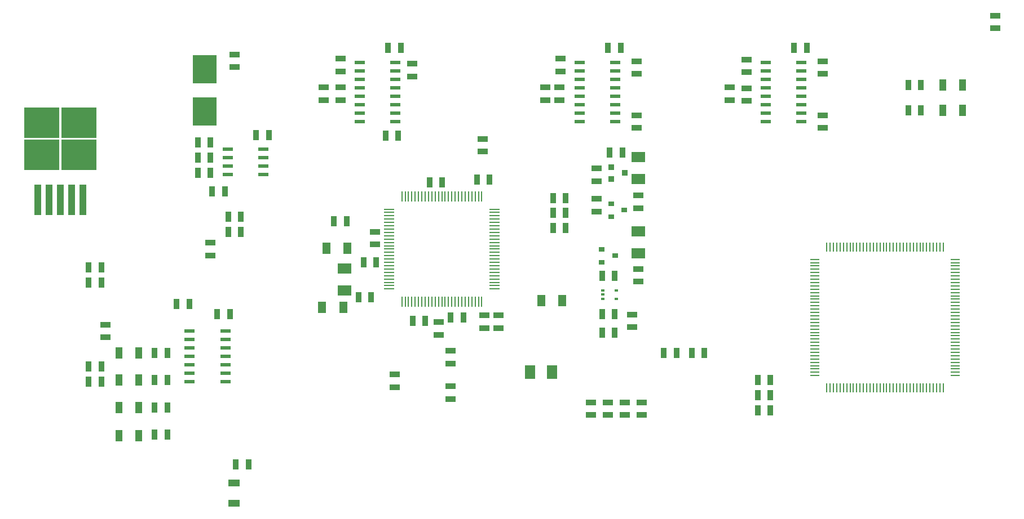
<source format=gtp>
G04 #@! TF.GenerationSoftware,KiCad,Pcbnew,5.1.10-88a1d61d58~88~ubuntu18.04.1*
G04 #@! TF.CreationDate,2021-06-12T18:10:02+08:00*
G04 #@! TF.ProjectId,kit-dev-coldfire-xilinx_5213,6b69742d-6465-4762-9d63-6f6c64666972,2*
G04 #@! TF.SameCoordinates,Original*
G04 #@! TF.FileFunction,Paste,Top*
G04 #@! TF.FilePolarity,Positive*
%FSLAX46Y46*%
G04 Gerber Fmt 4.6, Leading zero omitted, Abs format (unit mm)*
G04 Created by KiCad (PCBNEW 5.1.10-88a1d61d58~88~ubuntu18.04.1) date 2021-06-12 18:10:02*
%MOMM*%
%LPD*%
G01*
G04 APERTURE LIST*
%ADD10R,0.900000X0.800000*%
%ADD11R,1.550000X0.600000*%
%ADD12R,1.100000X4.600000*%
%ADD13R,5.250000X4.550000*%
%ADD14R,1.500000X0.600000*%
%ADD15R,1.070000X1.800000*%
%ADD16R,1.800000X1.070000*%
%ADD17R,2.032000X1.524000*%
%ADD18R,1.524000X2.032000*%
%ADD19R,1.500000X0.280000*%
%ADD20R,0.280000X1.500000*%
%ADD21R,1.245000X1.800000*%
%ADD22R,1.450000X0.250000*%
%ADD23R,0.250000X1.450000*%
%ADD24R,1.500000X0.970000*%
%ADD25R,0.970000X1.500000*%
%ADD26R,3.556000X4.191000*%
%ADD27R,0.914400X0.914400*%
%ADD28R,0.508000X0.304800*%
G04 APERTURE END LIST*
D10*
X161401000Y-102489000D03*
X159401000Y-103439000D03*
X159401000Y-101539000D03*
X162798000Y-95631000D03*
X160798000Y-96581000D03*
X160798000Y-94681000D03*
D11*
X103218000Y-90297000D03*
X103218000Y-89027000D03*
X103218000Y-87757000D03*
X103218000Y-86487000D03*
X108618000Y-86487000D03*
X108618000Y-87757000D03*
X108618000Y-89027000D03*
X108618000Y-90297000D03*
D12*
X74705000Y-94040000D03*
X76405000Y-94040000D03*
X78105000Y-94040000D03*
X79805000Y-94040000D03*
X81505000Y-94040000D03*
D13*
X80880000Y-82465000D03*
X75330000Y-87315000D03*
X75330000Y-82465000D03*
X80880000Y-87315000D03*
D14*
X102903000Y-113792000D03*
X102903000Y-115062000D03*
X102903000Y-116332000D03*
X102903000Y-117602000D03*
X102903000Y-118872000D03*
X102903000Y-120142000D03*
X102903000Y-121412000D03*
X97503000Y-121412000D03*
X97503000Y-120142000D03*
X97503000Y-118872000D03*
X97503000Y-117602000D03*
X97503000Y-116332000D03*
X97503000Y-115062000D03*
X97503000Y-113792000D03*
D15*
X86887000Y-121158000D03*
X89897000Y-121158000D03*
X86887000Y-117094000D03*
X89897000Y-117094000D03*
X213595000Y-80645000D03*
X210585000Y-80645000D03*
X213595000Y-76835000D03*
X210585000Y-76835000D03*
D16*
X104140000Y-139681000D03*
X104140000Y-136671000D03*
D15*
X86887000Y-125349000D03*
X89897000Y-125349000D03*
X86887000Y-129540000D03*
X89897000Y-129540000D03*
D17*
X164846000Y-87630000D03*
X164846000Y-90932000D03*
X164846000Y-98806000D03*
X164846000Y-102108000D03*
D18*
X148590000Y-120015000D03*
X151892000Y-120015000D03*
D17*
X120777000Y-107696000D03*
X120777000Y-104394000D03*
D19*
X143282000Y-95473000D03*
X143282000Y-95973000D03*
X143282000Y-96473000D03*
X143282000Y-96973000D03*
X143282000Y-97473000D03*
X143282000Y-97973000D03*
X143282000Y-98473000D03*
X143282000Y-98973000D03*
X143282000Y-99473000D03*
X143282000Y-99973000D03*
X143282000Y-100473000D03*
X143282000Y-100973000D03*
X143282000Y-101473000D03*
X143282000Y-101973000D03*
X143282000Y-102473000D03*
X143282000Y-102973000D03*
X143282000Y-103473000D03*
X143282000Y-103973000D03*
X143282000Y-104473000D03*
X143282000Y-104973000D03*
X143282000Y-105473000D03*
X143282000Y-105973000D03*
X143282000Y-106473000D03*
X143282000Y-106973000D03*
X143282000Y-107473000D03*
D20*
X141382000Y-109373000D03*
X140882000Y-109373000D03*
X140382000Y-109373000D03*
X139882000Y-109373000D03*
X139382000Y-109373000D03*
X138882000Y-109373000D03*
X138382000Y-109373000D03*
X137882000Y-109373000D03*
X137382000Y-109373000D03*
X136882000Y-109373000D03*
X136382000Y-109373000D03*
X135882000Y-109373000D03*
X135382000Y-109373000D03*
X134882000Y-109373000D03*
X134382000Y-109373000D03*
X133882000Y-109373000D03*
X133382000Y-109373000D03*
X132882000Y-109373000D03*
X132382000Y-109373000D03*
X131882000Y-109373000D03*
X131382000Y-109373000D03*
X130882000Y-109373000D03*
X130382000Y-109373000D03*
X129882000Y-109373000D03*
X129382000Y-109373000D03*
D19*
X127482000Y-107473000D03*
X127482000Y-106973000D03*
X127482000Y-106473000D03*
X127482000Y-105973000D03*
X127482000Y-105473000D03*
X127482000Y-104973000D03*
X127482000Y-104473000D03*
X127482000Y-103973000D03*
X127482000Y-103473000D03*
X127482000Y-102973000D03*
X127482000Y-102473000D03*
X127482000Y-101973000D03*
X127482000Y-101473000D03*
X127482000Y-100973000D03*
X127482000Y-100473000D03*
X127482000Y-99973000D03*
X127482000Y-99473000D03*
X127482000Y-98973000D03*
X127482000Y-98473000D03*
X127482000Y-97973000D03*
X127482000Y-97473000D03*
X127482000Y-96973000D03*
X127482000Y-96473000D03*
X127482000Y-95973000D03*
X127482000Y-95473000D03*
D20*
X129382000Y-93573000D03*
X129882000Y-93573000D03*
X130382000Y-93573000D03*
X130882000Y-93573000D03*
X131382000Y-93573000D03*
X131882000Y-93573000D03*
X132382000Y-93573000D03*
X132882000Y-93573000D03*
X133382000Y-93573000D03*
X133882000Y-93573000D03*
X134382000Y-93573000D03*
X134882000Y-93573000D03*
X135382000Y-93573000D03*
X135882000Y-93573000D03*
X136382000Y-93573000D03*
X136882000Y-93573000D03*
X137382000Y-93573000D03*
X137882000Y-93573000D03*
X138382000Y-93573000D03*
X138882000Y-93573000D03*
X139382000Y-93573000D03*
X139882000Y-93573000D03*
X140382000Y-93573000D03*
X140882000Y-93573000D03*
X141382000Y-93573000D03*
D21*
X118041500Y-101346000D03*
X121226500Y-101346000D03*
X120591500Y-110236000D03*
X117406500Y-110236000D03*
X150299500Y-109220000D03*
X153484500Y-109220000D03*
D22*
X212480000Y-103010000D03*
X212480000Y-103510000D03*
X212480000Y-104010000D03*
X212480000Y-104510000D03*
X212480000Y-105010000D03*
X212480000Y-105510000D03*
X212480000Y-106010000D03*
X212480000Y-106510000D03*
X212480000Y-107010000D03*
X212480000Y-107510000D03*
X212480000Y-108010000D03*
X212480000Y-108510000D03*
X212480000Y-109010000D03*
X212480000Y-109510000D03*
X212480000Y-110010000D03*
X212480000Y-110510000D03*
X212480000Y-111010000D03*
X212480000Y-111510000D03*
X212480000Y-112010000D03*
X212480000Y-112510000D03*
X212480000Y-113010000D03*
X212480000Y-113510000D03*
X212480000Y-114010000D03*
X212480000Y-114510000D03*
X212480000Y-115010000D03*
X212480000Y-115510000D03*
X212480000Y-116010000D03*
X212480000Y-116510000D03*
X212480000Y-117010000D03*
X212480000Y-117510000D03*
X212480000Y-118010000D03*
X212480000Y-118510000D03*
X212480000Y-119010000D03*
X212480000Y-119510000D03*
X212480000Y-120010000D03*
X212480000Y-120510000D03*
D23*
X210680000Y-122310000D03*
X210180000Y-122310000D03*
X209680000Y-122310000D03*
X209180000Y-122310000D03*
X208680000Y-122310000D03*
X208180000Y-122310000D03*
X207680000Y-122310000D03*
X207180000Y-122310000D03*
X206680000Y-122310000D03*
X206180000Y-122310000D03*
X205680000Y-122310000D03*
X205180000Y-122310000D03*
X204680000Y-122310000D03*
X204180000Y-122310000D03*
X203680000Y-122310000D03*
X203180000Y-122310000D03*
X202680000Y-122310000D03*
X202180000Y-122310000D03*
X201680000Y-122310000D03*
X201180000Y-122310000D03*
X200680000Y-122310000D03*
X200180000Y-122310000D03*
X199680000Y-122310000D03*
X199180000Y-122310000D03*
X198680000Y-122310000D03*
X198180000Y-122310000D03*
X197680000Y-122310000D03*
X197180000Y-122310000D03*
X196680000Y-122310000D03*
X196180000Y-122310000D03*
X195680000Y-122310000D03*
X195180000Y-122310000D03*
X194680000Y-122310000D03*
X194180000Y-122310000D03*
X193680000Y-122310000D03*
X193180000Y-122310000D03*
D22*
X191380000Y-120510000D03*
X191380000Y-120010000D03*
X191380000Y-119510000D03*
X191380000Y-119010000D03*
X191380000Y-118510000D03*
X191380000Y-118010000D03*
X191380000Y-117510000D03*
X191380000Y-117010000D03*
X191380000Y-116510000D03*
X191380000Y-116010000D03*
X191380000Y-115510000D03*
X191380000Y-115010000D03*
X191380000Y-114510000D03*
X191380000Y-114010000D03*
X191380000Y-113510000D03*
X191380000Y-113010000D03*
X191380000Y-112510000D03*
X191380000Y-112010000D03*
X191380000Y-111510000D03*
X191380000Y-111010000D03*
X191380000Y-110510000D03*
X191380000Y-110010000D03*
X191380000Y-109510000D03*
X191380000Y-109010000D03*
X191380000Y-108510000D03*
X191380000Y-108010000D03*
X191380000Y-107510000D03*
X191380000Y-107010000D03*
X191380000Y-106510000D03*
X191380000Y-106010000D03*
X191380000Y-105510000D03*
X191380000Y-105010000D03*
X191380000Y-104510000D03*
X191380000Y-104010000D03*
X191380000Y-103510000D03*
X191380000Y-103010000D03*
D23*
X193180000Y-101210000D03*
X193680000Y-101210000D03*
X194180000Y-101210000D03*
X194680000Y-101210000D03*
X195180000Y-101210000D03*
X195680000Y-101210000D03*
X196180000Y-101210000D03*
X196680000Y-101210000D03*
X197180000Y-101210000D03*
X197680000Y-101210000D03*
X198180000Y-101210000D03*
X198680000Y-101210000D03*
X199180000Y-101210000D03*
X199680000Y-101210000D03*
X200180000Y-101210000D03*
X200680000Y-101210000D03*
X201180000Y-101210000D03*
X201680000Y-101210000D03*
X202180000Y-101210000D03*
X202680000Y-101210000D03*
X203180000Y-101210000D03*
X203680000Y-101210000D03*
X204180000Y-101210000D03*
X204680000Y-101210000D03*
X205180000Y-101210000D03*
X205680000Y-101210000D03*
X206180000Y-101210000D03*
X206680000Y-101210000D03*
X207180000Y-101210000D03*
X207680000Y-101210000D03*
X208180000Y-101210000D03*
X208680000Y-101210000D03*
X209180000Y-101210000D03*
X209680000Y-101210000D03*
X210180000Y-101210000D03*
X210680000Y-101210000D03*
D14*
X189390000Y-73406000D03*
X189390000Y-74676000D03*
X189390000Y-75946000D03*
X189390000Y-77216000D03*
X189390000Y-78486000D03*
X189390000Y-79756000D03*
X189390000Y-81026000D03*
X189390000Y-82296000D03*
X183990000Y-82296000D03*
X183990000Y-81026000D03*
X183990000Y-79756000D03*
X183990000Y-78486000D03*
X183990000Y-77216000D03*
X183990000Y-75946000D03*
X183990000Y-74676000D03*
X183990000Y-73406000D03*
X161450000Y-73406000D03*
X161450000Y-74676000D03*
X161450000Y-75946000D03*
X161450000Y-77216000D03*
X161450000Y-78486000D03*
X161450000Y-79756000D03*
X161450000Y-81026000D03*
X161450000Y-82296000D03*
X156050000Y-82296000D03*
X156050000Y-81026000D03*
X156050000Y-79756000D03*
X156050000Y-78486000D03*
X156050000Y-77216000D03*
X156050000Y-75946000D03*
X156050000Y-74676000D03*
X156050000Y-73406000D03*
X128430000Y-73406000D03*
X128430000Y-74676000D03*
X128430000Y-75946000D03*
X128430000Y-77216000D03*
X128430000Y-78486000D03*
X128430000Y-79756000D03*
X128430000Y-81026000D03*
X128430000Y-82296000D03*
X123030000Y-82296000D03*
X123030000Y-81026000D03*
X123030000Y-79756000D03*
X123030000Y-78486000D03*
X123030000Y-77216000D03*
X123030000Y-75946000D03*
X123030000Y-74676000D03*
X123030000Y-73406000D03*
D24*
X136652000Y-118684000D03*
X136652000Y-116774000D03*
X136652000Y-122108000D03*
X136652000Y-124018000D03*
X164846000Y-93406000D03*
X164846000Y-95316000D03*
D25*
X140650000Y-91059000D03*
X142560000Y-91059000D03*
X133538000Y-91440000D03*
X135448000Y-91440000D03*
D24*
X125349000Y-100777000D03*
X125349000Y-98867000D03*
D25*
X123632000Y-103505000D03*
X125542000Y-103505000D03*
X130998000Y-112268000D03*
X132908000Y-112268000D03*
X136713000Y-111760000D03*
X138623000Y-111760000D03*
X161356000Y-105537000D03*
X159446000Y-105537000D03*
X159446000Y-111252000D03*
X161356000Y-111252000D03*
X124780000Y-108712000D03*
X122870000Y-108712000D03*
D24*
X141732000Y-113350000D03*
X141732000Y-111440000D03*
X143891000Y-113350000D03*
X143891000Y-111440000D03*
X192532000Y-75123000D03*
X192532000Y-73213000D03*
D25*
X188275000Y-71247000D03*
X190185000Y-71247000D03*
D24*
X181102000Y-74869000D03*
X181102000Y-72959000D03*
X181102000Y-79187000D03*
X181102000Y-77277000D03*
D25*
X103571000Y-111252000D03*
X101661000Y-111252000D03*
D24*
X178562000Y-77150000D03*
X178562000Y-79060000D03*
X164592000Y-75123000D03*
X164592000Y-73213000D03*
D25*
X160335000Y-71247000D03*
X162245000Y-71247000D03*
D24*
X153162000Y-74742000D03*
X153162000Y-72832000D03*
X153035000Y-79060000D03*
X153035000Y-77150000D03*
X150876000Y-77150000D03*
X150876000Y-79060000D03*
D25*
X109413000Y-84328000D03*
X107503000Y-84328000D03*
X127315000Y-71247000D03*
X129225000Y-71247000D03*
D24*
X120142000Y-79060000D03*
X120142000Y-77150000D03*
X104267000Y-72197000D03*
X104267000Y-74107000D03*
D25*
X184724000Y-125730000D03*
X182814000Y-125730000D03*
D24*
X120142000Y-74742000D03*
X120142000Y-72832000D03*
X117602000Y-77150000D03*
X117602000Y-79060000D03*
X130937000Y-75504000D03*
X130937000Y-73594000D03*
X128270000Y-120330000D03*
X128270000Y-122240000D03*
D25*
X105222000Y-96647000D03*
X103312000Y-96647000D03*
X182814000Y-121158000D03*
X184724000Y-121158000D03*
X182814000Y-123444000D03*
X184724000Y-123444000D03*
X153990000Y-93853000D03*
X152080000Y-93853000D03*
D24*
X163957000Y-113223000D03*
X163957000Y-111313000D03*
D25*
X170627000Y-117094000D03*
X168717000Y-117094000D03*
D24*
X141478000Y-84897000D03*
X141478000Y-86807000D03*
D25*
X172908000Y-117094000D03*
X174818000Y-117094000D03*
X153990000Y-98298000D03*
X152080000Y-98298000D03*
X159446000Y-114046000D03*
X161356000Y-114046000D03*
X153990000Y-96012000D03*
X152080000Y-96012000D03*
D24*
X164846000Y-106365000D03*
X164846000Y-104455000D03*
X158623000Y-93914000D03*
X158623000Y-95824000D03*
D25*
X119187000Y-97282000D03*
X121097000Y-97282000D03*
X82357000Y-104267000D03*
X84267000Y-104267000D03*
X82357000Y-106553000D03*
X84267000Y-106553000D03*
X82357000Y-119126000D03*
X84267000Y-119126000D03*
X82357000Y-121412000D03*
X84267000Y-121412000D03*
D24*
X158623000Y-89342000D03*
X158623000Y-91252000D03*
D25*
X162499000Y-86995000D03*
X160589000Y-86995000D03*
X126934000Y-84455000D03*
X128844000Y-84455000D03*
X105222000Y-98933000D03*
X103312000Y-98933000D03*
D24*
X84836000Y-114747000D03*
X84836000Y-112837000D03*
D25*
X94173000Y-117094000D03*
X92263000Y-117094000D03*
D24*
X192532000Y-81341000D03*
X192532000Y-83251000D03*
D25*
X94173000Y-121158000D03*
X92263000Y-121158000D03*
X94173000Y-125349000D03*
X92263000Y-125349000D03*
X94173000Y-129413000D03*
X92263000Y-129413000D03*
X95565000Y-109728000D03*
X97475000Y-109728000D03*
D24*
X164592000Y-81341000D03*
X164592000Y-83251000D03*
D25*
X102809000Y-92837000D03*
X100899000Y-92837000D03*
X98740000Y-85471000D03*
X100650000Y-85471000D03*
D24*
X100584000Y-100518000D03*
X100584000Y-102428000D03*
X134874000Y-114366000D03*
X134874000Y-112456000D03*
X157734000Y-124521000D03*
X157734000Y-126431000D03*
X160274000Y-124521000D03*
X160274000Y-126431000D03*
X162814000Y-124521000D03*
X162814000Y-126431000D03*
X165354000Y-124521000D03*
X165354000Y-126431000D03*
D25*
X106365000Y-133858000D03*
X104455000Y-133858000D03*
D24*
X218440000Y-68265000D03*
X218440000Y-66355000D03*
D25*
X207330000Y-76835000D03*
X205420000Y-76835000D03*
X207330000Y-80645000D03*
X205420000Y-80645000D03*
X100650000Y-87757000D03*
X98740000Y-87757000D03*
X100650000Y-90043000D03*
X98740000Y-90043000D03*
D26*
X99800000Y-74425000D03*
X99800000Y-80775000D03*
D27*
X160782000Y-90932000D03*
X160782000Y-89154000D03*
X162814000Y-90043000D03*
D28*
X159512000Y-107696000D03*
X159512000Y-108966000D03*
X161544000Y-107696000D03*
X159512000Y-108331000D03*
X161544000Y-108966000D03*
M02*

</source>
